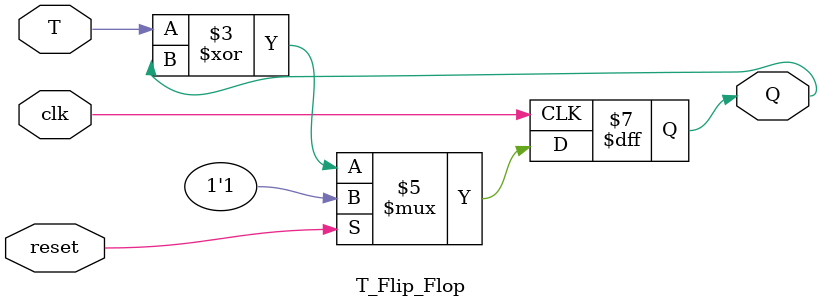
<source format=v>
module T_Flip_Flop(Q, T, clk, reset);
output reg Q;
input T, clk, reset;

always @(posedge clk) begin
    if (reset == 1'b1)
        Q <= 1'b1;
    else 
        Q <= T^Q;
end

endmodule




</source>
